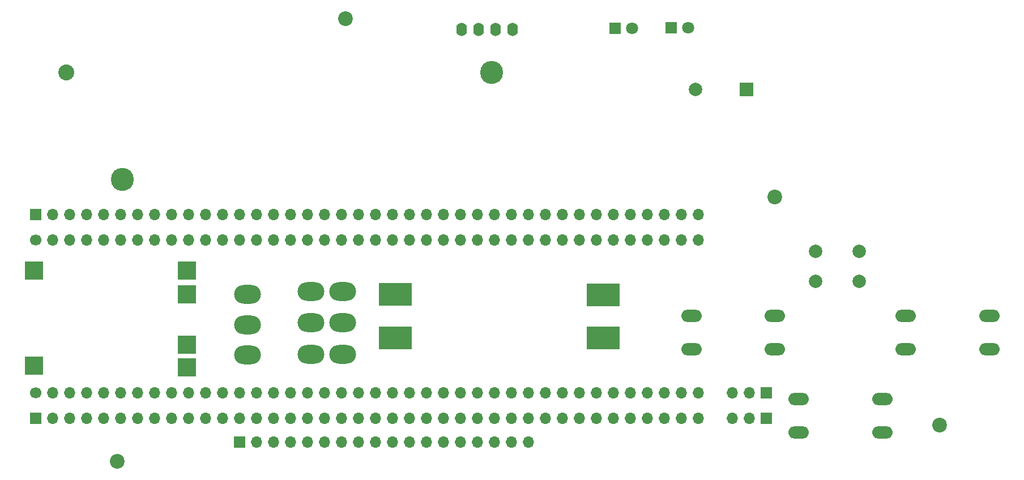
<source format=gbs>
G04 #@! TF.GenerationSoftware,KiCad,Pcbnew,(7.99.0-200-gad838e3d73)*
G04 #@! TF.CreationDate,2024-04-01T14:09:54+07:00*
G04 #@! TF.ProjectId,WMS,574d532e-6b69-4636-9164-5f7063625858,rev?*
G04 #@! TF.SameCoordinates,Original*
G04 #@! TF.FileFunction,Soldermask,Bot*
G04 #@! TF.FilePolarity,Negative*
%FSLAX46Y46*%
G04 Gerber Fmt 4.6, Leading zero omitted, Abs format (unit mm)*
G04 Created by KiCad (PCBNEW (7.99.0-200-gad838e3d73)) date 2024-04-01 14:09:54*
%MOMM*%
%LPD*%
G01*
G04 APERTURE LIST*
%ADD10R,5.000000X3.500000*%
%ADD11C,2.390000*%
%ADD12C,3.450000*%
%ADD13C,2.200000*%
%ADD14R,1.700000X1.700000*%
%ADD15O,1.700000X1.700000*%
%ADD16C,1.700000*%
%ADD17R,2.800000X2.800000*%
%ADD18O,4.000000X2.800000*%
%ADD19O,3.048000X1.850000*%
%ADD20R,2.000000X2.000000*%
%ADD21C,2.000000*%
%ADD22O,1.600000X2.000000*%
%ADD23R,1.800000X1.800000*%
%ADD24C,1.800000*%
G04 APERTURE END LIST*
D10*
X160019999Y-89965999D03*
X160019999Y-96415999D03*
X129019999Y-96415999D03*
X129019999Y-89915999D03*
D11*
X79807000Y-56744600D03*
D12*
X88137000Y-72744600D03*
X143337000Y-56744600D03*
D13*
X185674000Y-75311000D03*
D14*
X75183999Y-108457999D03*
D15*
X77723999Y-108457999D03*
X80263999Y-108457999D03*
X82803999Y-108457999D03*
X85343999Y-108457999D03*
X87883999Y-108457999D03*
X90423999Y-108457999D03*
X92963999Y-108457999D03*
X95503999Y-108457999D03*
X98043999Y-108457999D03*
X100583999Y-108457999D03*
X103123999Y-108457999D03*
X105663999Y-108457999D03*
X108203999Y-108457999D03*
X110743999Y-108457999D03*
X113283999Y-108457999D03*
X115823999Y-108457999D03*
X118363999Y-108457999D03*
X120903999Y-108457999D03*
X123443999Y-108457999D03*
X125983999Y-108457999D03*
X128523999Y-108457999D03*
X131063999Y-108457999D03*
X133603999Y-108457999D03*
X136143999Y-108457999D03*
X138683999Y-108457999D03*
X141223999Y-108457999D03*
X143763999Y-108457999D03*
X146303999Y-108457999D03*
X148843999Y-108457999D03*
X151383999Y-108457999D03*
X153923999Y-108457999D03*
X156463999Y-108457999D03*
X159003999Y-108457999D03*
X161543999Y-108457999D03*
X164083999Y-108457999D03*
X166623999Y-108457999D03*
X169163999Y-108457999D03*
X171703999Y-108457999D03*
X174243999Y-108457999D03*
D14*
X184403999Y-108457999D03*
D15*
X181863999Y-108457999D03*
X179323999Y-108457999D03*
D13*
X210312000Y-109474000D03*
X121564400Y-48691800D03*
D16*
X75184000Y-81788000D03*
D15*
X77723999Y-81787999D03*
X80263999Y-81787999D03*
X82803999Y-81787999D03*
X85343999Y-81787999D03*
X87883999Y-81787999D03*
X90423999Y-81787999D03*
X92963999Y-81787999D03*
X95503999Y-81787999D03*
X98043999Y-81787999D03*
X100583999Y-81787999D03*
X103123999Y-81787999D03*
X105663999Y-81787999D03*
X108203999Y-81787999D03*
X110743999Y-81787999D03*
X113283999Y-81787999D03*
X115823999Y-81787999D03*
X118363999Y-81787999D03*
X120903999Y-81787999D03*
X123443999Y-81787999D03*
X125983999Y-81787999D03*
X128523999Y-81787999D03*
X131063999Y-81787999D03*
X133603999Y-81787999D03*
X136143999Y-81787999D03*
X138683999Y-81787999D03*
X141223999Y-81787999D03*
X143763999Y-81787999D03*
X146303999Y-81787999D03*
X148843999Y-81787999D03*
X151383999Y-81787999D03*
X153923999Y-81787999D03*
X156463999Y-81787999D03*
X159003999Y-81787999D03*
X161543999Y-81787999D03*
X164083999Y-81787999D03*
X166623999Y-81787999D03*
X169163999Y-81787999D03*
X171703999Y-81787999D03*
X174243999Y-81787999D03*
X174243999Y-104647999D03*
X171703999Y-104647999D03*
X169163999Y-104647999D03*
X166623999Y-104647999D03*
X164083999Y-104647999D03*
X161543999Y-104647999D03*
X159003999Y-104647999D03*
X156463999Y-104647999D03*
X153923999Y-104647999D03*
X151383999Y-104647999D03*
X148843999Y-104647999D03*
X146303999Y-104647999D03*
X143763999Y-104647999D03*
X141223999Y-104647999D03*
X138683999Y-104647999D03*
X136143999Y-104647999D03*
X133603999Y-104647999D03*
X131063999Y-104647999D03*
X128523999Y-104647999D03*
X125983999Y-104647999D03*
X123443999Y-104647999D03*
X120903999Y-104647999D03*
X118363999Y-104647999D03*
X115823999Y-104647999D03*
X113283999Y-104647999D03*
X110743999Y-104647999D03*
X108203999Y-104647999D03*
X105663999Y-104647999D03*
X103123999Y-104647999D03*
X100583999Y-104647999D03*
X98043999Y-104647999D03*
X95503999Y-104647999D03*
X92963999Y-104647999D03*
X90423999Y-104647999D03*
X87883999Y-104647999D03*
X85343999Y-104647999D03*
X82803999Y-104647999D03*
X80263999Y-104647999D03*
X77723999Y-104647999D03*
D16*
X75184000Y-104648000D03*
D15*
X179323999Y-104647999D03*
X181863999Y-104647999D03*
D14*
X184403999Y-104647999D03*
D13*
X87426800Y-114858800D03*
D14*
X105663999Y-112013999D03*
D15*
X108203999Y-112013999D03*
X110743999Y-112013999D03*
X113283999Y-112013999D03*
X115823999Y-112013999D03*
X118363999Y-112013999D03*
X120903999Y-112013999D03*
X123443999Y-112013999D03*
X125983999Y-112013999D03*
X128523999Y-112013999D03*
X131063999Y-112013999D03*
X133603999Y-112013999D03*
X136143999Y-112013999D03*
X138683999Y-112013999D03*
X141223999Y-112013999D03*
X143763999Y-112013999D03*
X146303999Y-112013999D03*
X148843999Y-112013999D03*
D17*
X74929999Y-86359999D03*
X74929999Y-100559999D03*
X97829999Y-86359999D03*
X97829999Y-100859999D03*
X97829999Y-89859999D03*
X97829999Y-97459999D03*
D14*
X75183999Y-77977999D03*
D15*
X77723999Y-77977999D03*
X80263999Y-77977999D03*
X82803999Y-77977999D03*
X85343999Y-77977999D03*
X87883999Y-77977999D03*
X90423999Y-77977999D03*
X92963999Y-77977999D03*
X95503999Y-77977999D03*
X98043999Y-77977999D03*
X100583999Y-77977999D03*
X103123999Y-77977999D03*
X105663999Y-77977999D03*
X108203999Y-77977999D03*
X110743999Y-77977999D03*
X113283999Y-77977999D03*
X115823999Y-77977999D03*
X118363999Y-77977999D03*
X120903999Y-77977999D03*
X123443999Y-77977999D03*
X125983999Y-77977999D03*
X128523999Y-77977999D03*
X131063999Y-77977999D03*
X133603999Y-77977999D03*
X136143999Y-77977999D03*
X138683999Y-77977999D03*
X141223999Y-77977999D03*
X143763999Y-77977999D03*
X146303999Y-77977999D03*
X148843999Y-77977999D03*
X151383999Y-77977999D03*
X153923999Y-77977999D03*
X156463999Y-77977999D03*
X159003999Y-77977999D03*
X161543999Y-77977999D03*
X164083999Y-77977999D03*
X166623999Y-77977999D03*
X169163999Y-77977999D03*
X171703999Y-77977999D03*
X174243999Y-77977999D03*
D18*
X116331999Y-89456799D03*
X116331999Y-94156799D03*
X116331999Y-98856799D03*
X121131999Y-89456799D03*
X121131999Y-94156799D03*
X121131999Y-98856799D03*
D19*
X185724799Y-93080199D03*
X173224799Y-93080199D03*
X185724799Y-98080199D03*
X173224799Y-98080199D03*
D20*
X181447599Y-59207399D03*
D21*
X173847600Y-59207400D03*
D18*
X106857799Y-98932999D03*
X106857799Y-94432999D03*
X106857799Y-89932999D03*
D22*
X146469599Y-50258399D03*
X143929599Y-50258399D03*
X141389599Y-50258399D03*
X138849599Y-50258399D03*
D19*
X217782799Y-93094799D03*
X205282799Y-93094799D03*
X217782799Y-98094799D03*
X205282799Y-98094799D03*
D23*
X170205399Y-50037999D03*
D24*
X172745400Y-50038000D03*
D23*
X161797999Y-50114199D03*
D24*
X164338000Y-50114200D03*
D19*
X201755399Y-105587799D03*
X189255399Y-105587799D03*
X201755399Y-110587799D03*
X189255399Y-110587799D03*
D21*
X198322000Y-83424200D03*
X191822000Y-83424200D03*
X198322000Y-87924200D03*
X191822000Y-87924200D03*
M02*

</source>
